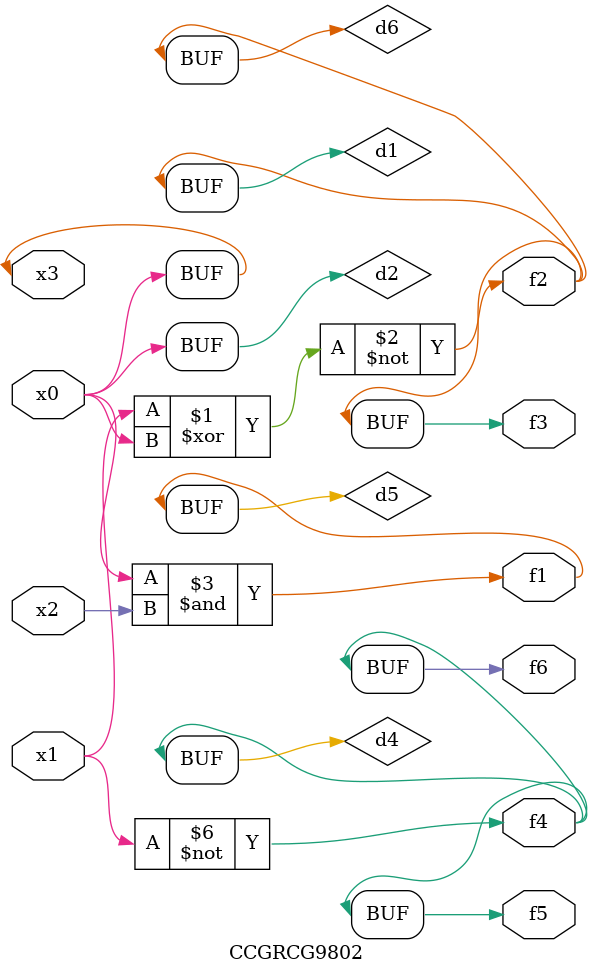
<source format=v>
module CCGRCG9802(
	input x0, x1, x2, x3,
	output f1, f2, f3, f4, f5, f6
);

	wire d1, d2, d3, d4, d5, d6;

	xnor (d1, x1, x3);
	buf (d2, x0, x3);
	nand (d3, x0, x2);
	not (d4, x1);
	nand (d5, d3);
	or (d6, d1);
	assign f1 = d5;
	assign f2 = d6;
	assign f3 = d6;
	assign f4 = d4;
	assign f5 = d4;
	assign f6 = d4;
endmodule

</source>
